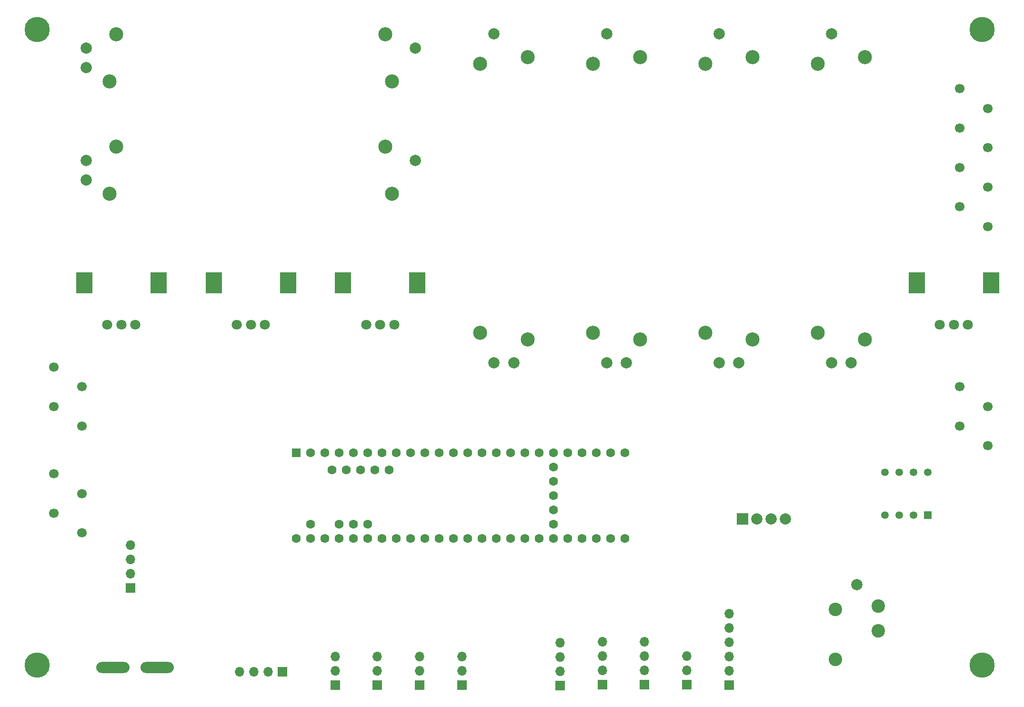
<source format=gbr>
G04 #@! TF.GenerationSoftware,KiCad,Pcbnew,5.1.2-f72e74a~84~ubuntu18.04.1*
G04 #@! TF.CreationDate,2019-07-06T16:20:52-06:00*
G04 #@! TF.ProjectId,colordance_mini,636f6c6f-7264-4616-9e63-655f6d696e69,rev?*
G04 #@! TF.SameCoordinates,Original*
G04 #@! TF.FileFunction,Soldermask,Top*
G04 #@! TF.FilePolarity,Negative*
%FSLAX46Y46*%
G04 Gerber Fmt 4.6, Leading zero omitted, Abs format (unit mm)*
G04 Created by KiCad (PCBNEW 5.1.2-f72e74a~84~ubuntu18.04.1) date 2019-07-06 16:20:52*
%MOMM*%
%LPD*%
G04 APERTURE LIST*
%ADD10C,1.700000*%
%ADD11R,1.700000X1.700000*%
%ADD12O,1.700000X1.700000*%
%ADD13C,2.000000*%
%ADD14C,2.500000*%
%ADD15R,3.000000X3.700000*%
%ADD16C,1.800000*%
%ADD17R,2.000000X2.000000*%
%ADD18R,1.350000X1.350000*%
%ADD19C,1.350000*%
%ADD20C,2.400000*%
%ADD21C,4.500000*%
%ADD22C,1.600000*%
%ADD23R,1.600000X1.600000*%
%ADD24O,5.930000X1.970000*%
G04 APERTURE END LIST*
D10*
X196000000Y-80000000D03*
X191000000Y-76500000D03*
X196000000Y-73000000D03*
X191000000Y-69500000D03*
X196000000Y-66000000D03*
X196000000Y-59000000D03*
X191000000Y-62500000D03*
X191000000Y-55500000D03*
D11*
X43600000Y-144300000D03*
D12*
X43600000Y-141760000D03*
X43600000Y-139220000D03*
X43600000Y-136680000D03*
D11*
X142500000Y-161500000D03*
D12*
X142500000Y-158960000D03*
X142500000Y-156420000D03*
D10*
X30000000Y-124000000D03*
X35000000Y-127500000D03*
X30000000Y-131000000D03*
X35000000Y-134500000D03*
X30000000Y-105000000D03*
X35000000Y-108500000D03*
X30000000Y-112000000D03*
X35000000Y-115500000D03*
X196000000Y-119000000D03*
X191000000Y-115500000D03*
X196000000Y-112000000D03*
X191000000Y-108500000D03*
D11*
X150000000Y-161580000D03*
D12*
X150000000Y-159040000D03*
X150000000Y-156500000D03*
X150000000Y-153960000D03*
X150000000Y-151420000D03*
X150000000Y-148880000D03*
D11*
X120000000Y-161620000D03*
D12*
X120000000Y-159080000D03*
X120000000Y-156540000D03*
X120000000Y-154000000D03*
D11*
X127500000Y-161500000D03*
D12*
X127500000Y-158960000D03*
X127500000Y-156420000D03*
X127500000Y-153880000D03*
D11*
X80000000Y-161580000D03*
D12*
X80000000Y-159040000D03*
X80000000Y-156500000D03*
D11*
X95000000Y-161580000D03*
D12*
X95000000Y-159040000D03*
X95000000Y-156500000D03*
D11*
X87500000Y-161580000D03*
D12*
X87500000Y-159040000D03*
X87500000Y-156500000D03*
D11*
X102500000Y-161580000D03*
D12*
X102500000Y-159040000D03*
X102500000Y-156500000D03*
D11*
X135000000Y-161500000D03*
D12*
X135000000Y-158960000D03*
X135000000Y-156420000D03*
X135000000Y-153880000D03*
D13*
X108250000Y-45750000D03*
X111750000Y-104250000D03*
D14*
X105800000Y-51100000D03*
X105800000Y-98900000D03*
X114200000Y-49900000D03*
X114200000Y-100100000D03*
D13*
X108250000Y-104250000D03*
X128250000Y-45750000D03*
X131750000Y-104250000D03*
D14*
X125800000Y-51100000D03*
X125800000Y-98900000D03*
X134200000Y-49900000D03*
X134200000Y-100100000D03*
D13*
X128250000Y-104250000D03*
X94250000Y-48250000D03*
X35750000Y-51750000D03*
D14*
X88900000Y-45800000D03*
X41100000Y-45800000D03*
X90100000Y-54200000D03*
X39900000Y-54200000D03*
D13*
X35750000Y-48250000D03*
X94250000Y-68250000D03*
X35750000Y-71750000D03*
D14*
X88900000Y-65800000D03*
X41100000Y-65800000D03*
X90100000Y-74200000D03*
X39900000Y-74200000D03*
D13*
X35750000Y-68250000D03*
X148250000Y-45750000D03*
X151750000Y-104250000D03*
D14*
X145800000Y-51100000D03*
X145800000Y-98900000D03*
X154200000Y-49900000D03*
X154200000Y-100100000D03*
D13*
X148250000Y-104250000D03*
X168250000Y-45750000D03*
X171750000Y-104250000D03*
D14*
X165800000Y-51100000D03*
X165800000Y-98900000D03*
X174200000Y-49900000D03*
X174200000Y-100100000D03*
D13*
X168250000Y-104250000D03*
D15*
X35400000Y-90000000D03*
X48600000Y-90000000D03*
D16*
X42000000Y-97500000D03*
X39500000Y-97500000D03*
X44500000Y-97500000D03*
D15*
X58400000Y-90000000D03*
X71600000Y-90000000D03*
D16*
X65000000Y-97500000D03*
X62500000Y-97500000D03*
X67500000Y-97500000D03*
D15*
X81400000Y-90000000D03*
X94600000Y-90000000D03*
D16*
X88000000Y-97500000D03*
X85500000Y-97500000D03*
X90500000Y-97500000D03*
D15*
X183400000Y-90000000D03*
X196600000Y-90000000D03*
D16*
X190000000Y-97500000D03*
X187500000Y-97500000D03*
X192500000Y-97500000D03*
D17*
X152420000Y-132000000D03*
D13*
X154960000Y-132000000D03*
X157500000Y-132000000D03*
X160040000Y-132000000D03*
D18*
X185310000Y-131310000D03*
D19*
X182770000Y-131310000D03*
X180230000Y-131310000D03*
X177690000Y-131310000D03*
X177690000Y-123690000D03*
X180230000Y-123690000D03*
X182770000Y-123690000D03*
X185310000Y-123690000D03*
D13*
X172690000Y-143685000D03*
D20*
X168880000Y-148135000D03*
X176500000Y-147500000D03*
X168880000Y-157025000D03*
X176500000Y-151945000D03*
D21*
X195000000Y-45000000D03*
X27000000Y-158000000D03*
X27000000Y-45000000D03*
X195000000Y-158000000D03*
D22*
X113700000Y-120260000D03*
X116240000Y-120260000D03*
X118780000Y-120260000D03*
X121320000Y-120260000D03*
X111160000Y-120260000D03*
X108620000Y-120260000D03*
X106080000Y-120260000D03*
X123860000Y-120260000D03*
X126400000Y-120260000D03*
X128940000Y-120260000D03*
X131480000Y-120260000D03*
X118780000Y-122800000D03*
X118780000Y-125340000D03*
X118780000Y-127880000D03*
X118780000Y-130420000D03*
X118780000Y-132960000D03*
X131480000Y-135500000D03*
X128940000Y-135500000D03*
X126400000Y-135500000D03*
X123860000Y-135500000D03*
X121320000Y-135500000D03*
X118780000Y-135500000D03*
X116240000Y-135500000D03*
X113700000Y-135500000D03*
X103540000Y-120260000D03*
X101000000Y-120260000D03*
X98460000Y-120260000D03*
X95920000Y-120260000D03*
X93380000Y-120260000D03*
X90840000Y-120260000D03*
X88300000Y-120260000D03*
X85760000Y-120260000D03*
X83220000Y-120260000D03*
X80680000Y-120260000D03*
X78140000Y-120260000D03*
X75600000Y-120260000D03*
D23*
X73060000Y-120260000D03*
D22*
X111160000Y-135500000D03*
X108620000Y-135500000D03*
X106080000Y-135500000D03*
X103540000Y-135500000D03*
X101000000Y-135500000D03*
X98460000Y-135500000D03*
X95920000Y-135500000D03*
X93380000Y-135500000D03*
X90840000Y-135500000D03*
X88300000Y-135500000D03*
X85760000Y-135500000D03*
X83220000Y-135500000D03*
X80680000Y-135500000D03*
X78140000Y-135500000D03*
X75600000Y-135500000D03*
X73060000Y-135500000D03*
X75600000Y-132960000D03*
X80680000Y-132960000D03*
X83220000Y-132960000D03*
X85760000Y-132960000D03*
X79410000Y-123260000D03*
X81950000Y-123260000D03*
X84490000Y-123260000D03*
X87030000Y-123260000D03*
X89570000Y-123260000D03*
D11*
X70600000Y-159200000D03*
D12*
X68060000Y-159200000D03*
X65520000Y-159200000D03*
X62980000Y-159200000D03*
D24*
X48350000Y-158400000D03*
X40450000Y-158400000D03*
M02*

</source>
